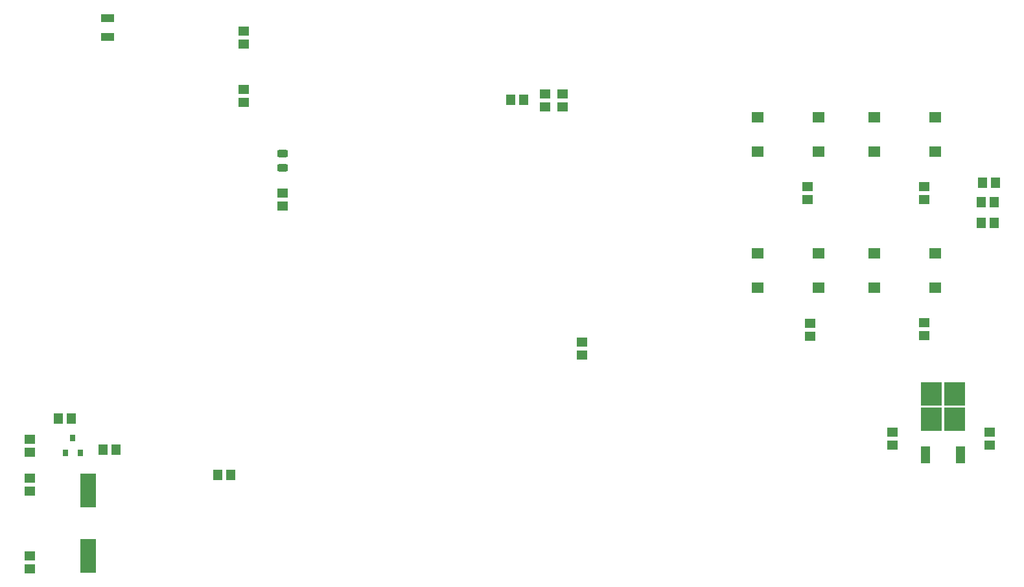
<source format=gbr>
%TF.GenerationSoftware,KiCad,Pcbnew,(6.0.5)*%
%TF.CreationDate,2022-07-21T17:01:30-05:00*%
%TF.ProjectId,julio_cool_clock,6a756c69-6f5f-4636-9f6f-6c5f636c6f63,rev?*%
%TF.SameCoordinates,PX4c4b400PY8a48640*%
%TF.FileFunction,Paste,Top*%
%TF.FilePolarity,Positive*%
%FSLAX46Y46*%
G04 Gerber Fmt 4.6, Leading zero omitted, Abs format (unit mm)*
G04 Created by KiCad (PCBNEW (6.0.5)) date 2022-07-21 17:01:30*
%MOMM*%
%LPD*%
G01*
G04 APERTURE LIST*
G04 Aperture macros list*
%AMRoundRect*
0 Rectangle with rounded corners*
0 $1 Rounding radius*
0 $2 $3 $4 $5 $6 $7 $8 $9 X,Y pos of 4 corners*
0 Add a 4 corners polygon primitive as box body*
4,1,4,$2,$3,$4,$5,$6,$7,$8,$9,$2,$3,0*
0 Add four circle primitives for the rounded corners*
1,1,$1+$1,$2,$3*
1,1,$1+$1,$4,$5*
1,1,$1+$1,$6,$7*
1,1,$1+$1,$8,$9*
0 Add four rect primitives between the rounded corners*
20,1,$1+$1,$2,$3,$4,$5,0*
20,1,$1+$1,$4,$5,$6,$7,0*
20,1,$1+$1,$6,$7,$8,$9,0*
20,1,$1+$1,$8,$9,$2,$3,0*%
G04 Aperture macros list end*
%ADD10R,1.150000X1.400000*%
%ADD11R,1.400000X1.150000*%
%ADD12R,1.600000X1.400000*%
%ADD13R,2.000000X4.500000*%
%ADD14R,0.800000X0.900000*%
%ADD15R,1.800000X1.000000*%
%ADD16RoundRect,0.243750X-0.456250X0.243750X-0.456250X-0.243750X0.456250X-0.243750X0.456250X0.243750X0*%
%ADD17R,2.750000X3.050000*%
%ADD18R,1.200000X2.200000*%
G04 APERTURE END LIST*
D10*
%TO.C,R12*%
X128250000Y62500000D03*
X129950000Y62500000D03*
%TD*%
%TO.C,R11*%
X128150000Y60000000D03*
X129850000Y60000000D03*
%TD*%
D11*
%TO.C,C5*%
X73416000Y74134000D03*
X73416000Y72434000D03*
%TD*%
%TO.C,C8*%
X129220000Y28175000D03*
X129220000Y29875000D03*
%TD*%
%TO.C,R4*%
X31760000Y73030000D03*
X31760000Y74730000D03*
%TD*%
%TO.C,C4*%
X71130000Y74134000D03*
X71130000Y72434000D03*
%TD*%
%TO.C,R7*%
X75956000Y40010000D03*
X75956000Y41710000D03*
%TD*%
D10*
%TO.C,R13*%
X7542000Y31716000D03*
X9242000Y31716000D03*
%TD*%
%TO.C,C6*%
X128150000Y57250000D03*
X129850000Y57250000D03*
%TD*%
D11*
%TO.C,R10*%
X3820000Y29005000D03*
X3820000Y27305000D03*
%TD*%
D12*
%TO.C,SW2*%
X114120000Y71050000D03*
X122120000Y71050000D03*
X114120000Y66550000D03*
X122120000Y66550000D03*
%TD*%
D10*
%TO.C,C9*%
X15084000Y27652000D03*
X13384000Y27652000D03*
%TD*%
D13*
%TO.C,Y1*%
X11440000Y13750000D03*
X11440000Y22250000D03*
%TD*%
D10*
%TO.C,R2*%
X68336000Y73372000D03*
X66636000Y73372000D03*
%TD*%
D12*
%TO.C,SW4*%
X114120000Y53270000D03*
X122120000Y53270000D03*
X114120000Y48770000D03*
X122120000Y48770000D03*
%TD*%
D11*
%TO.C,C3*%
X3820000Y13770000D03*
X3820000Y12070000D03*
%TD*%
D10*
%TO.C,C1*%
X28370000Y24350000D03*
X30070000Y24350000D03*
%TD*%
D12*
%TO.C,SW3*%
X98880000Y53270000D03*
X106880000Y53270000D03*
X98880000Y48770000D03*
X106880000Y48770000D03*
%TD*%
D14*
%TO.C,Q1*%
X8500000Y27155000D03*
X10400000Y27155000D03*
X9450000Y29155000D03*
%TD*%
D11*
%TO.C,R3*%
X31760000Y80650000D03*
X31760000Y82350000D03*
%TD*%
%TO.C,R6*%
X105420000Y60330000D03*
X105420000Y62030000D03*
%TD*%
D15*
%TO.C,Y2*%
X13980000Y81530000D03*
X13980000Y84030000D03*
%TD*%
D11*
%TO.C,R1*%
X36840000Y59460000D03*
X36840000Y61160000D03*
%TD*%
%TO.C,R9*%
X105750000Y42400000D03*
X105750000Y44100000D03*
%TD*%
D16*
%TO.C,D1*%
X36840000Y66327500D03*
X36840000Y64452500D03*
%TD*%
D11*
%TO.C,C2*%
X3820000Y23930000D03*
X3820000Y22230000D03*
%TD*%
%TO.C,R8*%
X120660000Y60330000D03*
X120660000Y62030000D03*
%TD*%
D12*
%TO.C,SW1*%
X98880000Y71050000D03*
X106880000Y71050000D03*
X98880000Y66550000D03*
X106880000Y66550000D03*
%TD*%
D17*
%TO.C,U4*%
X121600000Y31565000D03*
X124650000Y34915000D03*
X121600000Y34915000D03*
X124650000Y31565000D03*
D18*
X120845000Y26940000D03*
X125405000Y26940000D03*
%TD*%
D11*
%TO.C,C7*%
X116520000Y28175000D03*
X116520000Y29875000D03*
%TD*%
%TO.C,R5*%
X120660000Y42550000D03*
X120660000Y44250000D03*
%TD*%
M02*

</source>
